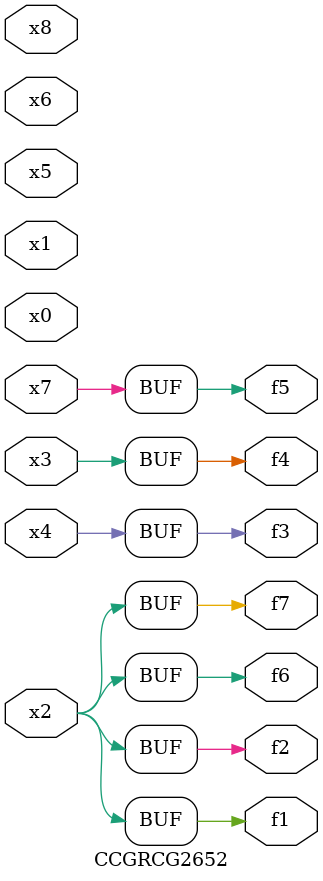
<source format=v>
module CCGRCG2652(
	input x0, x1, x2, x3, x4, x5, x6, x7, x8,
	output f1, f2, f3, f4, f5, f6, f7
);
	assign f1 = x2;
	assign f2 = x2;
	assign f3 = x4;
	assign f4 = x3;
	assign f5 = x7;
	assign f6 = x2;
	assign f7 = x2;
endmodule

</source>
